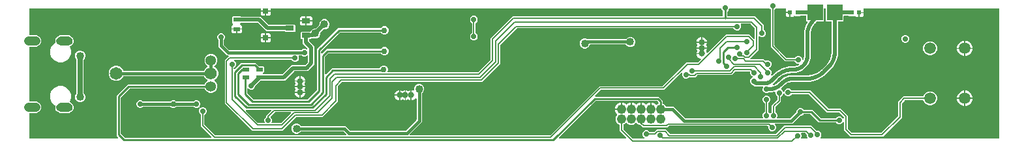
<source format=gbr>
G04 EAGLE Gerber RS-274X export*
G75*
%MOMM*%
%FSLAX34Y34*%
%LPD*%
%INBottom Copper*%
%IPPOS*%
%AMOC8*
5,1,8,0,0,1.08239X$1,22.5*%
G01*
G04 Define Apertures*
%ADD10C,1.358000*%
%ADD11C,1.575000*%
%ADD12C,1.650000*%
%ADD13R,0.560000X0.629100*%
%ADD14C,0.808000*%
%ADD15R,0.850000X0.500000*%
%ADD16C,1.218000*%
%ADD17R,0.850000X0.600000*%
%ADD18R,0.800000X0.700000*%
%ADD19R,2.000000X2.000000*%
%ADD20R,1.100000X0.650000*%
%ADD21C,1.498000*%
%ADD22C,1.143000*%
%ADD23C,0.706400*%
%ADD24C,0.200000*%
%ADD25C,0.254000*%
%ADD26C,0.756400*%
%ADD27C,0.508000*%
%ADD28C,0.203200*%
%ADD29C,0.152400*%
%ADD30C,1.016000*%
%ADD31C,0.381000*%
%ADD32C,0.635000*%
G36*
X124832Y10240D02*
X124436Y10160D01*
X11176Y10160D01*
X10810Y10228D01*
X10469Y10446D01*
X10240Y10780D01*
X10160Y11176D01*
X10160Y42565D01*
X10228Y42931D01*
X10446Y43272D01*
X10780Y43501D01*
X11176Y43581D01*
X19601Y43581D01*
X22262Y44683D01*
X24298Y46719D01*
X25400Y49380D01*
X25400Y52260D01*
X24298Y54921D01*
X22262Y56957D01*
X19601Y58059D01*
X11176Y58059D01*
X10810Y58127D01*
X10469Y58345D01*
X10240Y58679D01*
X10160Y59075D01*
X10160Y128925D01*
X10228Y129291D01*
X10446Y129632D01*
X10780Y129861D01*
X11176Y129941D01*
X19601Y129941D01*
X22262Y131043D01*
X24298Y133079D01*
X25400Y135740D01*
X25400Y138620D01*
X24298Y141281D01*
X22262Y143317D01*
X19601Y144419D01*
X11176Y144419D01*
X10810Y144487D01*
X10469Y144705D01*
X10240Y145039D01*
X10160Y145435D01*
X10160Y178824D01*
X10228Y179190D01*
X10446Y179531D01*
X10780Y179760D01*
X11176Y179840D01*
X309219Y179840D01*
X309585Y179772D01*
X309926Y179554D01*
X310155Y179220D01*
X310235Y178824D01*
X310235Y177102D01*
X323315Y177102D01*
X323315Y178824D01*
X323383Y179190D01*
X323601Y179531D01*
X323935Y179760D01*
X324331Y179840D01*
X907554Y179840D01*
X907928Y179769D01*
X908266Y179548D01*
X908492Y179213D01*
X909314Y177230D01*
X909908Y176635D01*
X910126Y176313D01*
X910206Y175917D01*
X910206Y170302D01*
X910138Y169936D01*
X909920Y169595D01*
X909586Y169366D01*
X909190Y169286D01*
X637053Y169286D01*
X608714Y140947D01*
X608714Y113368D01*
X608640Y112986D01*
X608416Y112649D01*
X592351Y96584D01*
X592029Y96366D01*
X591632Y96286D01*
X475697Y96286D01*
X475338Y96351D01*
X474996Y96567D01*
X474765Y96898D01*
X474681Y97294D01*
X474759Y97691D01*
X475306Y99013D01*
X475306Y101123D01*
X474498Y103074D01*
X473006Y104566D01*
X471055Y105374D01*
X468945Y105374D01*
X466994Y104566D01*
X465502Y103074D01*
X465232Y102421D01*
X465023Y102103D01*
X464689Y101874D01*
X464293Y101794D01*
X402843Y101794D01*
X395464Y94416D01*
X395172Y94212D01*
X394778Y94119D01*
X394380Y94186D01*
X394039Y94404D01*
X393810Y94738D01*
X393730Y95134D01*
X393730Y116358D01*
X393804Y116739D01*
X394028Y117076D01*
X397860Y120908D01*
X398182Y121126D01*
X398578Y121206D01*
X465869Y121206D01*
X466251Y121132D01*
X466588Y120908D01*
X467994Y119502D01*
X469945Y118694D01*
X472055Y118694D01*
X474006Y119502D01*
X475498Y120994D01*
X476306Y122945D01*
X476306Y125055D01*
X475498Y127006D01*
X474006Y128498D01*
X472055Y129306D01*
X469945Y129306D01*
X467994Y128498D01*
X466588Y127092D01*
X466266Y126874D01*
X465869Y126794D01*
X395843Y126794D01*
X390528Y121480D01*
X390236Y121276D01*
X389842Y121183D01*
X389444Y121250D01*
X389103Y121468D01*
X388874Y121802D01*
X388794Y122198D01*
X388794Y123422D01*
X388868Y123803D01*
X389092Y124140D01*
X412860Y147908D01*
X413182Y148126D01*
X413578Y148206D01*
X465869Y148206D01*
X466251Y148132D01*
X466588Y147908D01*
X467994Y146502D01*
X469945Y145694D01*
X472055Y145694D01*
X474006Y146502D01*
X475498Y147994D01*
X476306Y149945D01*
X476306Y152055D01*
X475498Y154006D01*
X474006Y155498D01*
X472055Y156306D01*
X469945Y156306D01*
X467994Y155498D01*
X466588Y154092D01*
X466266Y153874D01*
X465869Y153794D01*
X410843Y153794D01*
X383206Y126157D01*
X383206Y73578D01*
X383132Y73197D01*
X382908Y72860D01*
X371738Y61690D01*
X371416Y61472D01*
X371020Y61392D01*
X300980Y61392D01*
X300599Y61466D01*
X300262Y61690D01*
X293092Y68860D01*
X292874Y69182D01*
X292794Y69578D01*
X292794Y74603D01*
X292857Y74954D01*
X293069Y75298D01*
X293399Y75532D01*
X293794Y75619D01*
X294191Y75545D01*
X294528Y75321D01*
X295136Y74714D01*
X296994Y73944D01*
X299006Y73944D01*
X300864Y74714D01*
X302286Y76136D01*
X303095Y78089D01*
X303130Y78269D01*
X303354Y78606D01*
X310386Y85638D01*
X310708Y85856D01*
X311104Y85936D01*
X341683Y85936D01*
X353386Y97638D01*
X353708Y97856D01*
X354104Y97936D01*
X371683Y97936D01*
X380064Y106317D01*
X380064Y130283D01*
X373562Y136786D01*
X373344Y137108D01*
X373264Y137504D01*
X373264Y138610D01*
X373332Y138976D01*
X373550Y139317D01*
X373884Y139546D01*
X374280Y139626D01*
X375331Y139626D01*
X375744Y140038D01*
X376066Y140256D01*
X376462Y140336D01*
X380269Y140336D01*
X380564Y140396D01*
X382314Y140396D01*
X384741Y141401D01*
X386599Y143259D01*
X387604Y145686D01*
X387604Y147436D01*
X387678Y147817D01*
X387902Y148154D01*
X391846Y152098D01*
X392168Y152316D01*
X392564Y152396D01*
X394314Y152396D01*
X396741Y153401D01*
X398599Y155259D01*
X399604Y157686D01*
X399604Y160314D01*
X398599Y162741D01*
X396741Y164599D01*
X394314Y165604D01*
X391686Y165604D01*
X389259Y164599D01*
X387401Y162741D01*
X386396Y160314D01*
X386396Y158564D01*
X386322Y158183D01*
X386098Y157846D01*
X382154Y153902D01*
X381832Y153684D01*
X381436Y153604D01*
X379686Y153604D01*
X377259Y152599D01*
X375401Y150741D01*
X375012Y149801D01*
X374803Y149483D01*
X374470Y149254D01*
X374074Y149174D01*
X363069Y149174D01*
X362176Y148281D01*
X362176Y140519D01*
X363069Y139626D01*
X364120Y139626D01*
X364486Y139558D01*
X364827Y139340D01*
X365056Y139006D01*
X365136Y138610D01*
X365136Y133717D01*
X370865Y127987D01*
X371066Y127702D01*
X371162Y127309D01*
X371098Y126910D01*
X370882Y126568D01*
X370551Y126336D01*
X370155Y126253D01*
X369758Y126330D01*
X368006Y127056D01*
X365994Y127056D01*
X364136Y126286D01*
X363576Y125727D01*
X363254Y125509D01*
X362858Y125429D01*
X269841Y125429D01*
X269460Y125503D01*
X269123Y125727D01*
X262727Y132123D01*
X262509Y132445D01*
X262429Y132841D01*
X262429Y138208D01*
X262503Y138589D01*
X262727Y138926D01*
X263286Y139486D01*
X264056Y141344D01*
X264056Y143356D01*
X263286Y145214D01*
X261864Y146636D01*
X260006Y147406D01*
X257994Y147406D01*
X256136Y146636D01*
X254714Y145214D01*
X253944Y143356D01*
X253944Y141344D01*
X254714Y139486D01*
X255273Y138926D01*
X255491Y138604D01*
X255571Y138208D01*
X255571Y129580D01*
X266580Y118571D01*
X267885Y118571D01*
X268236Y118508D01*
X268580Y118296D01*
X268814Y117966D01*
X268901Y117571D01*
X268827Y117174D01*
X268604Y116837D01*
X263714Y111947D01*
X263714Y56053D01*
X299053Y20714D01*
X338719Y20714D01*
X356239Y38234D01*
X356562Y38452D01*
X356958Y38532D01*
X390765Y38532D01*
X410286Y58053D01*
X410286Y77632D01*
X410360Y78014D01*
X410584Y78351D01*
X415649Y83416D01*
X415971Y83634D01*
X416368Y83714D01*
X597947Y83714D01*
X621286Y107053D01*
X621286Y131632D01*
X621360Y132014D01*
X621584Y132351D01*
X642649Y153416D01*
X642971Y153634D01*
X643368Y153714D01*
X923795Y153714D01*
X924169Y153643D01*
X924508Y153422D01*
X924675Y153175D01*
X926136Y151714D01*
X927994Y150944D01*
X930006Y150944D01*
X931864Y151714D01*
X933286Y153136D01*
X934056Y154994D01*
X934056Y157006D01*
X933516Y158309D01*
X933439Y158666D01*
X933507Y159064D01*
X933725Y159405D01*
X934058Y159634D01*
X934455Y159714D01*
X945632Y159714D01*
X946014Y159640D01*
X946351Y159416D01*
X951416Y154351D01*
X951634Y154029D01*
X951714Y153632D01*
X951714Y140972D01*
X951651Y140621D01*
X951439Y140277D01*
X951109Y140043D01*
X950714Y139956D01*
X950317Y140030D01*
X949980Y140253D01*
X944947Y145286D01*
X914053Y145286D01*
X890864Y122097D01*
X890564Y121890D01*
X890170Y121800D01*
X889772Y121871D01*
X889433Y122091D01*
X889207Y122427D01*
X888530Y124061D01*
X888453Y124442D01*
X888530Y124839D01*
X889380Y126891D01*
X889380Y127438D01*
X876220Y127438D01*
X876220Y126891D01*
X877070Y124839D01*
X877147Y124458D01*
X877070Y124061D01*
X876220Y122009D01*
X876220Y121462D01*
X883562Y121462D01*
X883562Y119938D01*
X876220Y119938D01*
X876220Y119391D01*
X877222Y116973D01*
X879073Y115122D01*
X881073Y114293D01*
X881380Y114095D01*
X881614Y113766D01*
X881701Y113371D01*
X881626Y112973D01*
X881403Y112636D01*
X878351Y109584D01*
X878029Y109366D01*
X877632Y109286D01*
X863053Y109286D01*
X832351Y78584D01*
X832029Y78366D01*
X831632Y78286D01*
X750053Y78286D01*
X686199Y14432D01*
X685877Y14214D01*
X685480Y14134D01*
X504436Y14134D01*
X504085Y14197D01*
X503741Y14409D01*
X503507Y14739D01*
X503420Y15134D01*
X503494Y15531D01*
X503718Y15868D01*
X519429Y31580D01*
X519429Y68269D01*
X519503Y68650D01*
X519727Y68987D01*
X521599Y70859D01*
X522604Y73286D01*
X522604Y75914D01*
X521599Y78341D01*
X519741Y80199D01*
X517314Y81204D01*
X514686Y81204D01*
X512259Y80199D01*
X510401Y78341D01*
X509396Y75914D01*
X509396Y73670D01*
X509331Y73312D01*
X509115Y72969D01*
X508784Y72738D01*
X508388Y72654D01*
X507991Y72732D01*
X506909Y73180D01*
X506362Y73180D01*
X506362Y60020D01*
X506909Y60020D01*
X509327Y61022D01*
X510837Y62531D01*
X511129Y62735D01*
X511523Y62828D01*
X511921Y62760D01*
X512262Y62542D01*
X512491Y62209D01*
X512571Y61813D01*
X512571Y34841D01*
X512497Y34460D01*
X512273Y34123D01*
X498916Y20766D01*
X498594Y20548D01*
X498198Y20468D01*
X426958Y20468D01*
X426577Y20542D01*
X426239Y20766D01*
X420576Y26429D01*
X363331Y26429D01*
X362950Y26503D01*
X362613Y26727D01*
X360741Y28599D01*
X358314Y29604D01*
X355686Y29604D01*
X353259Y28599D01*
X351401Y26741D01*
X350396Y24314D01*
X350396Y21686D01*
X351401Y19259D01*
X353259Y17401D01*
X355686Y16396D01*
X358314Y16396D01*
X360741Y17401D01*
X362613Y19273D01*
X362935Y19491D01*
X363331Y19571D01*
X417314Y19571D01*
X417696Y19497D01*
X418033Y19273D01*
X421438Y15868D01*
X421642Y15576D01*
X421735Y15182D01*
X421667Y14784D01*
X421449Y14443D01*
X421116Y14214D01*
X420719Y14134D01*
X251520Y14134D01*
X251138Y14208D01*
X250801Y14432D01*
X237584Y27649D01*
X237366Y27971D01*
X237286Y28368D01*
X237286Y40795D01*
X237357Y41169D01*
X237578Y41508D01*
X237825Y41675D01*
X239286Y43136D01*
X240056Y44994D01*
X240056Y47006D01*
X239286Y48864D01*
X237864Y50286D01*
X236006Y51056D01*
X233994Y51056D01*
X232247Y50332D01*
X231906Y50256D01*
X231507Y50317D01*
X231163Y50530D01*
X230929Y50860D01*
X230842Y51255D01*
X230916Y51652D01*
X231139Y51989D01*
X231286Y52136D01*
X232056Y53994D01*
X232056Y56006D01*
X231286Y57864D01*
X229864Y59286D01*
X228006Y60056D01*
X225994Y60056D01*
X224136Y59286D01*
X223576Y58727D01*
X223254Y58509D01*
X222858Y58429D01*
X201496Y58429D01*
X201114Y58503D01*
X200777Y58727D01*
X200006Y59498D01*
X198055Y60306D01*
X195945Y60306D01*
X193994Y59498D01*
X193223Y58727D01*
X192901Y58509D01*
X192504Y58429D01*
X158142Y58429D01*
X157761Y58503D01*
X157424Y58727D01*
X156864Y59286D01*
X155006Y60056D01*
X152994Y60056D01*
X151136Y59286D01*
X149714Y57864D01*
X148944Y56006D01*
X148944Y53994D01*
X149714Y52136D01*
X151136Y50714D01*
X152994Y49944D01*
X155006Y49944D01*
X156864Y50714D01*
X157424Y51273D01*
X157746Y51491D01*
X158142Y51571D01*
X192504Y51571D01*
X192886Y51497D01*
X193223Y51273D01*
X193994Y50502D01*
X195945Y49694D01*
X198055Y49694D01*
X200006Y50502D01*
X200777Y51273D01*
X201099Y51491D01*
X201496Y51571D01*
X222858Y51571D01*
X223239Y51497D01*
X223576Y51273D01*
X224136Y50714D01*
X225994Y49944D01*
X228006Y49944D01*
X229753Y50668D01*
X230094Y50744D01*
X230493Y50683D01*
X230837Y50470D01*
X231071Y50140D01*
X231158Y49745D01*
X231084Y49348D01*
X230861Y49011D01*
X230714Y48864D01*
X229944Y47006D01*
X229944Y44994D01*
X230714Y43136D01*
X232171Y41679D01*
X232405Y41525D01*
X232634Y41192D01*
X232714Y40795D01*
X232714Y26053D01*
X245947Y12820D01*
X246151Y12528D01*
X246244Y12134D01*
X246176Y11736D01*
X245958Y11395D01*
X245625Y11166D01*
X245228Y11086D01*
X134286Y11086D01*
X133905Y11160D01*
X133568Y11384D01*
X129092Y15860D01*
X128874Y16182D01*
X128794Y16578D01*
X128794Y63422D01*
X128868Y63803D01*
X129092Y64140D01*
X139860Y74908D01*
X140182Y75126D01*
X140578Y75206D01*
X237229Y75206D01*
X237603Y75135D01*
X237942Y74914D01*
X238168Y74579D01*
X238702Y73290D01*
X241040Y70952D01*
X244096Y69686D01*
X247404Y69686D01*
X250460Y70952D01*
X252798Y73290D01*
X254064Y76346D01*
X254064Y79654D01*
X252798Y82710D01*
X250348Y85160D01*
X250338Y85166D01*
X250329Y85179D01*
X250317Y85191D01*
X250319Y85193D01*
X250102Y85494D01*
X250012Y85889D01*
X250083Y86287D01*
X250303Y86626D01*
X250638Y86851D01*
X251074Y87032D01*
X253718Y89676D01*
X255149Y93130D01*
X255149Y96870D01*
X253718Y100324D01*
X251074Y102968D01*
X250638Y103149D01*
X250339Y103340D01*
X250102Y103668D01*
X250012Y104062D01*
X250082Y104460D01*
X250302Y104799D01*
X250317Y104809D01*
X250317Y104809D01*
X252798Y107290D01*
X254064Y110346D01*
X254064Y113654D01*
X252798Y116710D01*
X250460Y119048D01*
X247404Y120314D01*
X244096Y120314D01*
X241040Y119048D01*
X238702Y116710D01*
X237436Y113654D01*
X237436Y110346D01*
X238702Y107290D01*
X241152Y104840D01*
X241162Y104834D01*
X241171Y104821D01*
X241183Y104809D01*
X241181Y104807D01*
X241399Y104506D01*
X241488Y104111D01*
X241417Y103713D01*
X241197Y103375D01*
X240862Y103149D01*
X240426Y102968D01*
X237782Y100324D01*
X237257Y99056D01*
X237048Y98738D01*
X236714Y98509D01*
X236318Y98429D01*
X132588Y98429D01*
X132214Y98500D01*
X131875Y98721D01*
X131649Y99056D01*
X131036Y100537D01*
X128287Y103286D01*
X124694Y104774D01*
X120806Y104774D01*
X117213Y103286D01*
X114464Y100537D01*
X112976Y96944D01*
X112976Y93056D01*
X114464Y89463D01*
X117213Y86714D01*
X120806Y85226D01*
X124694Y85226D01*
X128287Y86714D01*
X131036Y89463D01*
X131649Y90944D01*
X131858Y91262D01*
X132192Y91491D01*
X132588Y91571D01*
X236318Y91571D01*
X236692Y91500D01*
X237031Y91279D01*
X237257Y90944D01*
X237782Y89676D01*
X240426Y87032D01*
X240862Y86851D01*
X241161Y86660D01*
X241398Y86332D01*
X241488Y85938D01*
X241418Y85540D01*
X241198Y85201D01*
X241183Y85191D01*
X241183Y85191D01*
X238702Y82710D01*
X238168Y81421D01*
X237959Y81103D01*
X237626Y80874D01*
X237229Y80794D01*
X137843Y80794D01*
X123206Y66157D01*
X123206Y13843D01*
X125154Y11894D01*
X125358Y11602D01*
X125451Y11208D01*
X125384Y10810D01*
X125166Y10469D01*
X124832Y10240D01*
G37*
%LPC*%
G36*
X311723Y170300D02*
X316013Y170300D01*
X316013Y175578D01*
X310235Y175578D01*
X310235Y171788D01*
X311723Y170300D01*
G37*
G36*
X317537Y170300D02*
X321827Y170300D01*
X323315Y171788D01*
X323315Y175578D01*
X317537Y175578D01*
X317537Y170300D01*
G37*
G36*
X585994Y137944D02*
X588006Y137944D01*
X589864Y138714D01*
X591286Y140136D01*
X592056Y141994D01*
X592056Y144006D01*
X591286Y145864D01*
X589829Y147321D01*
X589595Y147475D01*
X589366Y147808D01*
X589286Y148205D01*
X589286Y159795D01*
X589357Y160169D01*
X589578Y160508D01*
X589825Y160675D01*
X591286Y162136D01*
X592056Y163994D01*
X592056Y166006D01*
X591286Y167864D01*
X589864Y169286D01*
X588006Y170056D01*
X585994Y170056D01*
X584136Y169286D01*
X582714Y167864D01*
X581944Y166006D01*
X581944Y163994D01*
X582714Y162136D01*
X584171Y160679D01*
X584405Y160525D01*
X584634Y160192D01*
X584714Y159795D01*
X584714Y148205D01*
X584643Y147831D01*
X584422Y147492D01*
X584175Y147325D01*
X582714Y145864D01*
X581944Y144006D01*
X581944Y141994D01*
X582714Y140136D01*
X584136Y138714D01*
X585994Y137944D01*
G37*
G36*
X369962Y164362D02*
X377240Y164362D01*
X377240Y167902D01*
X375752Y169390D01*
X369962Y169390D01*
X369962Y164362D01*
G37*
G36*
X361160Y164362D02*
X368438Y164362D01*
X368438Y169390D01*
X362648Y169390D01*
X361160Y167902D01*
X361160Y164362D01*
G37*
G36*
X342069Y149226D02*
X354331Y149226D01*
X355224Y150119D01*
X355224Y157881D01*
X354331Y158774D01*
X342069Y158774D01*
X341656Y158362D01*
X341334Y158144D01*
X340938Y158064D01*
X321104Y158064D01*
X320723Y158138D01*
X320386Y158362D01*
X309843Y168904D01*
X284787Y168904D01*
X284406Y168978D01*
X284069Y169202D01*
X283906Y169364D01*
X274144Y169364D01*
X273251Y168471D01*
X273251Y161209D01*
X274345Y160114D01*
X274549Y159822D01*
X274642Y159428D01*
X274575Y159030D01*
X274357Y158689D01*
X274023Y158460D01*
X273747Y158404D01*
X272235Y156892D01*
X272235Y153602D01*
X285815Y153602D01*
X285815Y156892D01*
X284306Y158401D01*
X284072Y158443D01*
X283728Y158655D01*
X283494Y158985D01*
X283407Y159380D01*
X283481Y159777D01*
X283705Y160114D01*
X284069Y160478D01*
X284391Y160696D01*
X284787Y160776D01*
X306056Y160776D01*
X306437Y160702D01*
X306774Y160478D01*
X317317Y149936D01*
X340938Y149936D01*
X341319Y149862D01*
X341656Y149638D01*
X342069Y149226D01*
G37*
G36*
X362648Y157810D02*
X368438Y157810D01*
X368438Y162838D01*
X361160Y162838D01*
X361160Y159298D01*
X362648Y157810D01*
G37*
G36*
X369962Y157810D02*
X375752Y157810D01*
X377240Y159298D01*
X377240Y162838D01*
X369962Y162838D01*
X369962Y157810D01*
G37*
G36*
X273723Y147300D02*
X278263Y147300D01*
X278263Y152078D01*
X272235Y152078D01*
X272235Y148788D01*
X273723Y147300D01*
G37*
G36*
X279787Y147300D02*
X284327Y147300D01*
X285815Y148788D01*
X285815Y152078D01*
X279787Y152078D01*
X279787Y147300D01*
G37*
G36*
X310235Y142102D02*
X316013Y142102D01*
X316013Y147380D01*
X311723Y147380D01*
X310235Y145892D01*
X310235Y142102D01*
G37*
G36*
X317537Y142102D02*
X323315Y142102D01*
X323315Y145892D01*
X321827Y147380D01*
X317537Y147380D01*
X317537Y142102D01*
G37*
G36*
X47849Y109490D02*
X53183Y109490D01*
X58112Y111532D01*
X61884Y115304D01*
X63926Y120233D01*
X63926Y125567D01*
X62415Y129216D01*
X62338Y129580D01*
X62409Y129978D01*
X62629Y130317D01*
X62965Y130543D01*
X64172Y131043D01*
X66208Y133079D01*
X66280Y133253D01*
X66358Y133405D01*
X66826Y134150D01*
X67024Y134559D01*
X67359Y135519D01*
X67460Y135962D01*
X67574Y136973D01*
X67574Y137427D01*
X67460Y138438D01*
X67359Y138881D01*
X67024Y139841D01*
X66826Y140250D01*
X66310Y141072D01*
X66231Y141224D01*
X66208Y141281D01*
X64172Y143317D01*
X61511Y144419D01*
X49741Y144419D01*
X47080Y143317D01*
X46530Y142767D01*
X46352Y142625D01*
X46105Y142469D01*
X45749Y142186D01*
X45030Y141467D01*
X44747Y141111D01*
X44206Y140250D01*
X44009Y139841D01*
X43673Y138881D01*
X43572Y138438D01*
X43458Y137427D01*
X43458Y136973D01*
X43572Y135962D01*
X43678Y135498D01*
X43703Y135296D01*
X43632Y134898D01*
X43411Y134559D01*
X43076Y134333D01*
X42920Y134268D01*
X39148Y130496D01*
X37106Y125567D01*
X37106Y120233D01*
X39148Y115304D01*
X42920Y111532D01*
X47849Y109490D01*
G37*
G36*
X729686Y127396D02*
X732314Y127396D01*
X734741Y128401D01*
X736599Y130259D01*
X737296Y131944D01*
X737505Y132262D01*
X737839Y132491D01*
X738235Y132571D01*
X783669Y132571D01*
X784050Y132497D01*
X784387Y132273D01*
X786259Y130401D01*
X788686Y129396D01*
X791314Y129396D01*
X793741Y130401D01*
X795599Y132259D01*
X796604Y134686D01*
X796604Y137314D01*
X795599Y139741D01*
X793741Y141599D01*
X791314Y142604D01*
X788686Y142604D01*
X786259Y141599D01*
X784387Y139727D01*
X784065Y139509D01*
X783669Y139429D01*
X735331Y139429D01*
X734950Y139503D01*
X734915Y139527D01*
X732314Y140604D01*
X729686Y140604D01*
X727259Y139599D01*
X725401Y137741D01*
X724396Y135314D01*
X724396Y132686D01*
X725401Y130259D01*
X727259Y128401D01*
X729686Y127396D01*
G37*
G36*
X883562Y136462D02*
X889380Y136462D01*
X889380Y137009D01*
X888378Y139427D01*
X886527Y141278D01*
X884109Y142280D01*
X883562Y142280D01*
X883562Y136462D01*
G37*
G36*
X876220Y136462D02*
X882038Y136462D01*
X882038Y142280D01*
X881491Y142280D01*
X879073Y141278D01*
X877222Y139427D01*
X876220Y137009D01*
X876220Y136462D01*
G37*
G36*
X317537Y135300D02*
X321827Y135300D01*
X323315Y136788D01*
X323315Y140578D01*
X317537Y140578D01*
X317537Y135300D01*
G37*
G36*
X311723Y135300D02*
X316013Y135300D01*
X316013Y140578D01*
X310235Y140578D01*
X310235Y136788D01*
X311723Y135300D01*
G37*
G36*
X876220Y128962D02*
X889380Y128962D01*
X889380Y129509D01*
X888530Y131561D01*
X888453Y131942D01*
X888530Y132339D01*
X889380Y134391D01*
X889380Y134938D01*
X876220Y134938D01*
X876220Y134391D01*
X877070Y132339D01*
X877147Y131958D01*
X877070Y131561D01*
X876220Y129509D01*
X876220Y128962D01*
G37*
G36*
X74686Y57396D02*
X77314Y57396D01*
X79741Y58401D01*
X81599Y60259D01*
X82604Y62686D01*
X82604Y65314D01*
X81599Y67741D01*
X80997Y68343D01*
X80779Y68665D01*
X80699Y69061D01*
X80699Y112939D01*
X80773Y113320D01*
X80997Y113657D01*
X81599Y114259D01*
X82604Y116686D01*
X82604Y119314D01*
X81599Y121741D01*
X79741Y123599D01*
X77314Y124604D01*
X74686Y124604D01*
X72259Y123599D01*
X70401Y121741D01*
X69396Y119314D01*
X69396Y116686D01*
X70401Y114259D01*
X71003Y113657D01*
X71221Y113335D01*
X71301Y112939D01*
X71301Y69061D01*
X71227Y68680D01*
X71003Y68343D01*
X70401Y67741D01*
X69396Y65314D01*
X69396Y62686D01*
X70401Y60259D01*
X72259Y58401D01*
X74686Y57396D01*
G37*
G36*
X354820Y85862D02*
X360638Y85862D01*
X360638Y91680D01*
X360091Y91680D01*
X357673Y90678D01*
X355822Y88827D01*
X354820Y86409D01*
X354820Y85862D01*
G37*
G36*
X362162Y85862D02*
X367980Y85862D01*
X367980Y86409D01*
X366978Y88827D01*
X365127Y90678D01*
X362709Y91680D01*
X362162Y91680D01*
X362162Y85862D01*
G37*
G36*
X354820Y78362D02*
X367980Y78362D01*
X367980Y78909D01*
X367130Y80961D01*
X367053Y81342D01*
X367130Y81739D01*
X367980Y83791D01*
X367980Y84338D01*
X354820Y84338D01*
X354820Y83791D01*
X355670Y81739D01*
X355747Y81358D01*
X355670Y80961D01*
X354820Y78909D01*
X354820Y78362D01*
G37*
G36*
X49741Y43581D02*
X61511Y43581D01*
X64172Y44683D01*
X66208Y46719D01*
X66231Y46776D01*
X66310Y46928D01*
X66826Y47750D01*
X67024Y48159D01*
X67359Y49119D01*
X67460Y49562D01*
X67574Y50573D01*
X67574Y51027D01*
X67460Y52038D01*
X67359Y52481D01*
X67024Y53441D01*
X66826Y53850D01*
X66358Y54595D01*
X66280Y54747D01*
X66208Y54921D01*
X64172Y56957D01*
X62965Y57457D01*
X62652Y57660D01*
X62421Y57992D01*
X62338Y58387D01*
X62415Y58784D01*
X63926Y62433D01*
X63926Y67767D01*
X61884Y72696D01*
X58112Y76468D01*
X53183Y78510D01*
X47849Y78510D01*
X42920Y76468D01*
X39148Y72696D01*
X37106Y67767D01*
X37106Y62433D01*
X39148Y57504D01*
X42920Y53732D01*
X43076Y53667D01*
X43255Y53571D01*
X43539Y53282D01*
X43687Y52906D01*
X43678Y52502D01*
X43572Y52038D01*
X43458Y51027D01*
X43458Y50573D01*
X43572Y49562D01*
X43673Y49119D01*
X44009Y48159D01*
X44206Y47750D01*
X44747Y46889D01*
X45030Y46533D01*
X45749Y45814D01*
X46105Y45531D01*
X46352Y45375D01*
X46530Y45233D01*
X47080Y44683D01*
X49741Y43581D01*
G37*
G36*
X354820Y70862D02*
X367980Y70862D01*
X367980Y71409D01*
X367130Y73461D01*
X367053Y73842D01*
X367130Y74239D01*
X367980Y76291D01*
X367980Y76838D01*
X354820Y76838D01*
X354820Y76291D01*
X355670Y74239D01*
X355747Y73858D01*
X355670Y73461D01*
X354820Y71409D01*
X354820Y70862D01*
G37*
G36*
X498862Y60020D02*
X499409Y60020D01*
X501461Y60870D01*
X501842Y60947D01*
X502239Y60870D01*
X504291Y60020D01*
X504838Y60020D01*
X504838Y73180D01*
X504291Y73180D01*
X502239Y72330D01*
X501858Y72253D01*
X501461Y72330D01*
X499409Y73180D01*
X498862Y73180D01*
X498862Y60020D01*
G37*
G36*
X484020Y67362D02*
X489838Y67362D01*
X489838Y73180D01*
X489291Y73180D01*
X486873Y72178D01*
X485022Y70327D01*
X484020Y67909D01*
X484020Y67362D01*
G37*
G36*
X491362Y60020D02*
X491909Y60020D01*
X493961Y60870D01*
X494342Y60947D01*
X494739Y60870D01*
X496791Y60020D01*
X497338Y60020D01*
X497338Y73180D01*
X496791Y73180D01*
X494739Y72330D01*
X494358Y72253D01*
X493961Y72330D01*
X491909Y73180D01*
X491362Y73180D01*
X491362Y60020D01*
G37*
G36*
X362162Y63520D02*
X362709Y63520D01*
X365127Y64522D01*
X366978Y66373D01*
X367980Y68791D01*
X367980Y69338D01*
X362162Y69338D01*
X362162Y63520D01*
G37*
G36*
X360091Y63520D02*
X360638Y63520D01*
X360638Y69338D01*
X354820Y69338D01*
X354820Y68791D01*
X355822Y66373D01*
X357673Y64522D01*
X360091Y63520D01*
G37*
G36*
X489291Y60020D02*
X489838Y60020D01*
X489838Y65838D01*
X484020Y65838D01*
X484020Y65291D01*
X485022Y62873D01*
X486873Y61022D01*
X489291Y60020D01*
G37*
%LPD*%
G36*
X976948Y79815D02*
X976007Y79628D01*
X975457Y79671D01*
X975113Y79883D01*
X974879Y80213D01*
X974793Y80608D01*
X974867Y81006D01*
X975090Y81343D01*
X975290Y81542D01*
X975290Y81542D01*
X981338Y87591D01*
X981438Y87679D01*
X987129Y92045D01*
X987358Y92178D01*
X993985Y94922D01*
X994241Y94991D01*
X1001353Y95927D01*
X1001485Y95936D01*
X1005495Y95936D01*
X1012142Y98096D01*
X1017796Y102204D01*
X1021904Y107858D01*
X1024064Y114505D01*
X1024064Y146101D01*
X1024084Y146299D01*
X1025516Y153501D01*
X1025668Y153867D01*
X1029747Y159972D01*
X1029874Y160126D01*
X1030768Y161020D01*
X1031867Y162120D01*
X1032030Y162367D01*
X1032363Y162596D01*
X1032759Y162676D01*
X1040531Y162676D01*
X1041424Y163569D01*
X1041424Y178824D01*
X1041492Y179190D01*
X1041710Y179531D01*
X1042044Y179760D01*
X1042440Y179840D01*
X1042860Y179840D01*
X1043226Y179772D01*
X1043567Y179554D01*
X1043796Y179220D01*
X1043876Y178824D01*
X1043876Y163569D01*
X1044769Y162676D01*
X1050320Y162676D01*
X1050686Y162608D01*
X1051027Y162390D01*
X1051256Y162056D01*
X1051336Y161660D01*
X1051336Y121921D01*
X1051316Y121723D01*
X1049770Y113947D01*
X1049618Y113580D01*
X1045213Y106988D01*
X1045087Y106834D01*
X1038566Y100313D01*
X1038466Y100225D01*
X1032843Y95911D01*
X1032614Y95779D01*
X1026066Y93066D01*
X1025810Y92998D01*
X1018783Y92073D01*
X1018651Y92064D01*
X995919Y92064D01*
X988062Y88809D01*
X986543Y87291D01*
X986543Y87290D01*
X983126Y83874D01*
X982972Y83747D01*
X977314Y79967D01*
X976948Y79815D01*
G37*
G36*
X974273Y92105D02*
X973880Y92008D01*
X973481Y92073D01*
X973138Y92288D01*
X972907Y92620D01*
X972823Y93016D01*
X972901Y93412D01*
X973556Y94994D01*
X973556Y97006D01*
X972786Y98864D01*
X971364Y100286D01*
X970700Y100561D01*
X970400Y100754D01*
X970163Y101081D01*
X970073Y101476D01*
X970144Y101874D01*
X970365Y102213D01*
X970700Y102439D01*
X971364Y102714D01*
X972786Y104136D01*
X973556Y105994D01*
X973556Y108006D01*
X972786Y109864D01*
X971364Y111286D01*
X969506Y112056D01*
X967494Y112056D01*
X966129Y111491D01*
X965757Y111413D01*
X965359Y111488D01*
X965022Y111711D01*
X963495Y113238D01*
X946834Y113238D01*
X946483Y113301D01*
X946139Y113513D01*
X945905Y113843D01*
X945818Y114238D01*
X945892Y114635D01*
X946115Y114972D01*
X956286Y125143D01*
X956286Y142111D01*
X956349Y142462D01*
X956561Y142806D01*
X956891Y143040D01*
X957286Y143127D01*
X957683Y143053D01*
X958020Y142829D01*
X958136Y142714D01*
X959994Y141944D01*
X962006Y141944D01*
X963864Y142714D01*
X965286Y144136D01*
X966056Y145994D01*
X966056Y148006D01*
X965286Y149864D01*
X963829Y151321D01*
X963595Y151475D01*
X963366Y151808D01*
X963286Y152205D01*
X963286Y157947D01*
X951947Y169286D01*
X916810Y169286D01*
X916444Y169354D01*
X916103Y169572D01*
X915874Y169906D01*
X915794Y170302D01*
X915794Y174851D01*
X915865Y175225D01*
X916086Y175564D01*
X916421Y175790D01*
X916464Y175808D01*
X917886Y177230D01*
X918708Y179213D01*
X918916Y179531D01*
X919250Y179760D01*
X919646Y179840D01*
X970501Y179840D01*
X970882Y179766D01*
X971219Y179542D01*
X972171Y178591D01*
X972405Y178437D01*
X972634Y178104D01*
X972714Y177707D01*
X972714Y129053D01*
X991053Y110714D01*
X1002795Y110714D01*
X1003169Y110643D01*
X1003508Y110422D01*
X1003675Y110175D01*
X1005136Y108714D01*
X1006994Y107944D01*
X1008238Y107944D01*
X1008768Y107795D01*
X1009064Y107519D01*
X1009230Y107150D01*
X1009238Y106746D01*
X1009087Y106370D01*
X1008803Y106083D01*
X1007509Y105219D01*
X1007143Y105067D01*
X1002198Y104084D01*
X1002000Y104064D01*
X996664Y104064D01*
X987350Y101568D01*
X979000Y96747D01*
X977079Y94826D01*
X977079Y94826D01*
X974558Y92305D01*
X974273Y92105D01*
G37*
G36*
X1014498Y112814D02*
X1014104Y112721D01*
X1013706Y112789D01*
X1013365Y113007D01*
X1013136Y113341D01*
X1013056Y113737D01*
X1013056Y114006D01*
X1012286Y115864D01*
X1010864Y117286D01*
X1009006Y118056D01*
X1006994Y118056D01*
X1005136Y117286D01*
X1003679Y115829D01*
X1003525Y115595D01*
X1003192Y115366D01*
X1002795Y115286D01*
X993368Y115286D01*
X992986Y115360D01*
X992649Y115584D01*
X977584Y130649D01*
X977366Y130971D01*
X977286Y131368D01*
X977286Y177707D01*
X977357Y178081D01*
X977578Y178420D01*
X977825Y178587D01*
X978781Y179542D01*
X979103Y179760D01*
X979499Y179840D01*
X991098Y179840D01*
X991464Y179772D01*
X991805Y179554D01*
X992034Y179220D01*
X992114Y178824D01*
X992114Y175062D01*
X998216Y175062D01*
X998216Y168615D01*
X1001306Y168615D01*
X1002300Y169608D01*
X1002607Y169819D01*
X1003002Y169906D01*
X1003400Y169832D01*
X1003704Y169631D01*
X1010577Y169631D01*
X1010885Y169938D01*
X1011207Y170156D01*
X1011604Y170236D01*
X1017360Y170236D01*
X1017726Y170168D01*
X1018067Y169950D01*
X1018296Y169616D01*
X1018376Y169220D01*
X1018376Y163569D01*
X1019269Y162676D01*
X1019420Y162676D01*
X1019900Y162556D01*
X1020211Y162298D01*
X1020397Y161939D01*
X1020428Y161535D01*
X1020300Y161152D01*
X1017842Y156894D01*
X1015936Y149782D01*
X1015936Y118000D01*
X1015916Y117802D01*
X1015068Y113539D01*
X1014824Y113054D01*
X1014498Y112814D01*
G37*
%LPC*%
G36*
X993602Y168615D02*
X996692Y168615D01*
X996692Y173538D01*
X992114Y173538D01*
X992114Y170102D01*
X993602Y168615D01*
G37*
%LPD*%
G36*
X807633Y10240D02*
X807237Y10160D01*
X793494Y10160D01*
X793112Y10234D01*
X792775Y10458D01*
X781230Y22003D01*
X781012Y22325D01*
X780932Y22722D01*
X780932Y27627D01*
X781003Y28000D01*
X781224Y28339D01*
X781559Y28565D01*
X782959Y29145D01*
X784278Y30464D01*
X784585Y30674D01*
X784980Y30761D01*
X785377Y30687D01*
X785714Y30464D01*
X787033Y29145D01*
X789831Y27986D01*
X792861Y27986D01*
X795659Y29145D01*
X796978Y30464D01*
X797285Y30674D01*
X797680Y30761D01*
X798077Y30687D01*
X798414Y30464D01*
X799733Y29145D01*
X802683Y27923D01*
X802742Y27912D01*
X803079Y27688D01*
X806235Y24532D01*
X837765Y24532D01*
X839649Y26416D01*
X839971Y26634D01*
X840368Y26714D01*
X967928Y26714D01*
X968294Y26646D01*
X968635Y26428D01*
X968864Y26094D01*
X968944Y25698D01*
X968944Y23812D01*
X969714Y21954D01*
X971136Y20532D01*
X972994Y19762D01*
X975006Y19762D01*
X976864Y20532D01*
X978286Y21954D01*
X979056Y23812D01*
X979056Y25824D01*
X978286Y27682D01*
X978132Y27837D01*
X977928Y28129D01*
X977835Y28523D01*
X977902Y28921D01*
X978120Y29262D01*
X978454Y29491D01*
X978850Y29571D01*
X1000420Y29571D01*
X1010496Y39646D01*
X1010818Y39864D01*
X1011214Y39944D01*
X1012006Y39944D01*
X1013864Y40714D01*
X1015059Y41908D01*
X1015381Y42126D01*
X1015777Y42206D01*
X1023422Y42206D01*
X1023803Y42132D01*
X1024140Y41908D01*
X1034843Y31206D01*
X1056535Y31206D01*
X1056916Y31132D01*
X1057253Y30908D01*
X1058448Y29714D01*
X1060306Y28944D01*
X1062318Y28944D01*
X1064176Y29714D01*
X1065726Y31263D01*
X1066018Y31467D01*
X1066412Y31560D01*
X1066810Y31493D01*
X1067151Y31275D01*
X1067380Y30941D01*
X1067460Y30545D01*
X1067460Y20948D01*
X1075948Y12460D01*
X1118052Y12460D01*
X1142540Y36948D01*
X1142540Y55527D01*
X1142614Y55908D01*
X1142838Y56245D01*
X1146255Y59662D01*
X1146577Y59880D01*
X1146973Y59960D01*
X1169967Y59960D01*
X1170340Y59889D01*
X1170679Y59668D01*
X1170905Y59333D01*
X1171708Y57394D01*
X1174244Y54858D01*
X1177557Y53486D01*
X1181143Y53486D01*
X1184456Y54858D01*
X1186992Y57394D01*
X1188364Y60707D01*
X1188364Y64293D01*
X1186992Y67606D01*
X1184456Y70142D01*
X1181143Y71514D01*
X1177557Y71514D01*
X1174244Y70142D01*
X1171708Y67606D01*
X1170905Y65667D01*
X1170696Y65349D01*
X1170363Y65120D01*
X1169967Y65040D01*
X1144448Y65040D01*
X1137460Y58052D01*
X1137460Y39473D01*
X1137386Y39092D01*
X1137162Y38755D01*
X1116245Y17838D01*
X1115923Y17620D01*
X1115527Y17540D01*
X1078473Y17540D01*
X1078092Y17614D01*
X1077755Y17838D01*
X1072838Y22755D01*
X1072620Y23077D01*
X1072540Y23473D01*
X1072540Y40052D01*
X1063052Y49540D01*
X1047473Y49540D01*
X1047092Y49614D01*
X1046755Y49838D01*
X1024052Y72540D01*
X1000031Y72540D01*
X999650Y72614D01*
X999313Y72838D01*
X997864Y74286D01*
X996006Y75056D01*
X993994Y75056D01*
X992136Y74286D01*
X990714Y72864D01*
X990116Y71422D01*
X989924Y71121D01*
X989596Y70885D01*
X989202Y70795D01*
X988804Y70866D01*
X988465Y71086D01*
X988239Y71422D01*
X987786Y72514D01*
X986226Y74075D01*
X986081Y74257D01*
X985940Y74637D01*
X985959Y75040D01*
X986133Y75405D01*
X986305Y75557D01*
X986304Y75557D01*
X990803Y80055D01*
X990957Y80182D01*
X994925Y82834D01*
X995292Y82985D01*
X999973Y83916D01*
X1000172Y83936D01*
X1023429Y83936D01*
X1032659Y86409D01*
X1040935Y91187D01*
X1042825Y93078D01*
X1042825Y93078D01*
X1053577Y103830D01*
X1057456Y110548D01*
X1059464Y118042D01*
X1059464Y161660D01*
X1059532Y162026D01*
X1059750Y162367D01*
X1060084Y162596D01*
X1060480Y162676D01*
X1066031Y162676D01*
X1066924Y163569D01*
X1066924Y169020D01*
X1066992Y169386D01*
X1067210Y169727D01*
X1067544Y169956D01*
X1067940Y170036D01*
X1073096Y170036D01*
X1073478Y169962D01*
X1073815Y169738D01*
X1074123Y169431D01*
X1080995Y169431D01*
X1081270Y169619D01*
X1081665Y169706D01*
X1082063Y169632D01*
X1082400Y169408D01*
X1083394Y168415D01*
X1086484Y168415D01*
X1086484Y174862D01*
X1092586Y174862D01*
X1092586Y178381D01*
X1092574Y178398D01*
X1092481Y178792D01*
X1092549Y179190D01*
X1092767Y179531D01*
X1093100Y179760D01*
X1093496Y179840D01*
X1268324Y179840D01*
X1268690Y179772D01*
X1269031Y179554D01*
X1269260Y179220D01*
X1269340Y178824D01*
X1269340Y11176D01*
X1269272Y10810D01*
X1269054Y10469D01*
X1268720Y10240D01*
X1268324Y10160D01*
X1038033Y10160D01*
X1037682Y10223D01*
X1037338Y10435D01*
X1037104Y10765D01*
X1037017Y11160D01*
X1037091Y11557D01*
X1037315Y11894D01*
X1037462Y12042D01*
X1038232Y13900D01*
X1038232Y15912D01*
X1037462Y17770D01*
X1036040Y19192D01*
X1034182Y19962D01*
X1032692Y19962D01*
X1032310Y20036D01*
X1031973Y20260D01*
X1024947Y27286D01*
X990053Y27286D01*
X979351Y16584D01*
X979029Y16366D01*
X978632Y16286D01*
X842368Y16286D01*
X841986Y16360D01*
X841649Y16584D01*
X836041Y22192D01*
X824643Y22192D01*
X821035Y18584D01*
X820713Y18366D01*
X820316Y18286D01*
X816205Y18286D01*
X815831Y18357D01*
X815492Y18578D01*
X815325Y18825D01*
X813864Y20286D01*
X812006Y21056D01*
X809994Y21056D01*
X808136Y20286D01*
X806714Y18864D01*
X805944Y17006D01*
X805944Y14994D01*
X806714Y13136D01*
X807955Y11894D01*
X808159Y11602D01*
X808252Y11208D01*
X808185Y10810D01*
X807967Y10469D01*
X807633Y10240D01*
G37*
%LPC*%
G36*
X1088008Y168415D02*
X1091098Y168415D01*
X1092586Y169902D01*
X1092586Y173338D01*
X1088008Y173338D01*
X1088008Y168415D01*
G37*
G36*
X1145994Y134944D02*
X1148006Y134944D01*
X1149864Y135714D01*
X1151286Y137136D01*
X1152056Y138994D01*
X1152056Y141006D01*
X1151286Y142864D01*
X1149864Y144286D01*
X1148006Y145056D01*
X1145994Y145056D01*
X1144136Y144286D01*
X1142714Y142864D01*
X1141944Y141006D01*
X1141944Y138994D01*
X1142714Y137136D01*
X1144136Y135714D01*
X1145994Y134944D01*
G37*
G36*
X1214320Y128262D02*
X1223588Y128262D01*
X1223588Y137530D01*
X1222355Y137530D01*
X1218668Y136003D01*
X1215847Y133182D01*
X1214320Y129495D01*
X1214320Y128262D01*
G37*
G36*
X1225112Y128262D02*
X1234380Y128262D01*
X1234380Y129495D01*
X1232853Y133182D01*
X1230032Y136003D01*
X1226345Y137530D01*
X1225112Y137530D01*
X1225112Y128262D01*
G37*
G36*
X1177557Y118486D02*
X1181143Y118486D01*
X1184456Y119858D01*
X1186992Y122394D01*
X1188364Y125707D01*
X1188364Y129293D01*
X1186992Y132606D01*
X1184456Y135142D01*
X1181143Y136514D01*
X1177557Y136514D01*
X1174244Y135142D01*
X1171708Y132606D01*
X1170336Y129293D01*
X1170336Y125707D01*
X1171708Y122394D01*
X1174244Y119858D01*
X1177557Y118486D01*
G37*
G36*
X1225112Y117470D02*
X1226345Y117470D01*
X1230032Y118997D01*
X1232853Y121818D01*
X1234380Y125505D01*
X1234380Y126738D01*
X1225112Y126738D01*
X1225112Y117470D01*
G37*
G36*
X1222355Y117470D02*
X1223588Y117470D01*
X1223588Y126738D01*
X1214320Y126738D01*
X1214320Y125505D01*
X1215847Y121818D01*
X1218668Y118997D01*
X1222355Y117470D01*
G37*
G36*
X1214320Y63262D02*
X1223588Y63262D01*
X1223588Y72530D01*
X1222355Y72530D01*
X1218668Y71003D01*
X1215847Y68182D01*
X1214320Y64495D01*
X1214320Y63262D01*
G37*
G36*
X1225112Y63262D02*
X1234380Y63262D01*
X1234380Y64495D01*
X1232853Y68182D01*
X1230032Y71003D01*
X1226345Y72530D01*
X1225112Y72530D01*
X1225112Y63262D01*
G37*
G36*
X1225112Y52470D02*
X1226345Y52470D01*
X1230032Y53997D01*
X1232853Y56818D01*
X1234380Y60505D01*
X1234380Y61738D01*
X1225112Y61738D01*
X1225112Y52470D01*
G37*
G36*
X1222355Y52470D02*
X1223588Y52470D01*
X1223588Y61738D01*
X1214320Y61738D01*
X1214320Y60505D01*
X1215847Y56818D01*
X1218668Y53997D01*
X1222355Y52470D01*
G37*
%LPD*%
G36*
X338292Y94144D02*
X337896Y94064D01*
X314172Y94064D01*
X313821Y94127D01*
X313477Y94339D01*
X313243Y94669D01*
X313156Y95064D01*
X313230Y95461D01*
X313454Y95798D01*
X314524Y96869D01*
X314524Y103131D01*
X313631Y104024D01*
X309098Y104024D01*
X308717Y104098D01*
X308380Y104322D01*
X303907Y108794D01*
X285095Y108794D01*
X277020Y100719D01*
X276728Y100515D01*
X276334Y100422D01*
X275936Y100490D01*
X275595Y100708D01*
X275366Y101041D01*
X275286Y101438D01*
X275286Y101795D01*
X275357Y102169D01*
X275578Y102508D01*
X275825Y102675D01*
X277286Y104136D01*
X278056Y105994D01*
X278056Y108006D01*
X277286Y109864D01*
X276171Y110980D01*
X275967Y111272D01*
X275874Y111666D01*
X275941Y112064D01*
X276159Y112405D01*
X276493Y112634D01*
X276889Y112714D01*
X349795Y112714D01*
X350169Y112643D01*
X350508Y112422D01*
X350675Y112175D01*
X352136Y110714D01*
X353994Y109944D01*
X356006Y109944D01*
X357864Y110714D01*
X359286Y112136D01*
X360056Y113994D01*
X360056Y116006D01*
X359575Y117166D01*
X359499Y117523D01*
X359566Y117921D01*
X359784Y118262D01*
X360118Y118491D01*
X360514Y118571D01*
X362858Y118571D01*
X363239Y118497D01*
X363576Y118273D01*
X364136Y117714D01*
X365994Y116944D01*
X368006Y116944D01*
X369864Y117714D01*
X370202Y118051D01*
X370494Y118255D01*
X370888Y118348D01*
X371286Y118281D01*
X371627Y118063D01*
X371856Y117729D01*
X371936Y117333D01*
X371936Y110104D01*
X371862Y109723D01*
X371638Y109386D01*
X368614Y106362D01*
X368292Y106144D01*
X367896Y106064D01*
X350317Y106064D01*
X338614Y94362D01*
X338292Y94144D01*
G37*
G36*
X961866Y36700D02*
X961470Y36620D01*
X861650Y36620D01*
X861269Y36694D01*
X860932Y36918D01*
X846120Y51729D01*
X836946Y51729D01*
X836572Y51800D01*
X836233Y52021D01*
X836007Y52356D01*
X835901Y52613D01*
X833759Y54755D01*
X832867Y55124D01*
X832549Y55333D01*
X832320Y55667D01*
X832240Y56063D01*
X832240Y59711D01*
X827157Y64794D01*
X745480Y64794D01*
X745129Y64857D01*
X744785Y65069D01*
X744551Y65399D01*
X744464Y65794D01*
X744538Y66191D01*
X744761Y66528D01*
X751649Y73416D01*
X751971Y73634D01*
X752368Y73714D01*
X833947Y73714D01*
X855722Y95489D01*
X856008Y95690D01*
X856400Y95786D01*
X856799Y95722D01*
X857142Y95506D01*
X857373Y95175D01*
X857457Y94779D01*
X857421Y94596D01*
X857421Y92471D01*
X858191Y90613D01*
X859613Y89191D01*
X861471Y88421D01*
X863483Y88421D01*
X865341Y89191D01*
X865931Y89780D01*
X866253Y89998D01*
X866649Y90078D01*
X874439Y90078D01*
X876912Y92550D01*
X877234Y92768D01*
X877630Y92848D01*
X921619Y92848D01*
X926188Y97416D01*
X926510Y97634D01*
X926906Y97714D01*
X944428Y97714D01*
X944794Y97646D01*
X945135Y97428D01*
X945364Y97094D01*
X945444Y96698D01*
X945444Y94994D01*
X946214Y93136D01*
X947636Y91714D01*
X948300Y91439D01*
X948601Y91246D01*
X948837Y90919D01*
X948927Y90524D01*
X948856Y90126D01*
X948635Y89787D01*
X948300Y89561D01*
X947636Y89286D01*
X946214Y87864D01*
X945444Y86006D01*
X945444Y83994D01*
X946214Y82136D01*
X947636Y80714D01*
X949589Y79905D01*
X949769Y79870D01*
X950106Y79646D01*
X951817Y77936D01*
X961470Y77936D01*
X961829Y77871D01*
X962171Y77655D01*
X962402Y77324D01*
X962486Y76928D01*
X962409Y76531D01*
X961944Y75410D01*
X961944Y73398D01*
X962714Y71540D01*
X964136Y70118D01*
X965994Y69348D01*
X968006Y69348D01*
X969959Y70157D01*
X970111Y70260D01*
X970507Y70340D01*
X973576Y70340D01*
X977165Y71302D01*
X977396Y71336D01*
X977794Y71268D01*
X978135Y71050D01*
X978364Y70717D01*
X978444Y70320D01*
X978444Y68645D01*
X979214Y66786D01*
X980671Y65329D01*
X980905Y65176D01*
X981134Y64842D01*
X981214Y64446D01*
X981214Y61018D01*
X981140Y60637D01*
X980916Y60300D01*
X973714Y53097D01*
X973714Y45166D01*
X973643Y44792D01*
X973422Y44453D01*
X973175Y44286D01*
X972314Y43425D01*
X972007Y43215D01*
X971612Y43128D01*
X971214Y43202D01*
X970877Y43425D01*
X969829Y44473D01*
X969595Y44627D01*
X969366Y44960D01*
X969286Y45357D01*
X969286Y55795D01*
X969357Y56169D01*
X969578Y56508D01*
X969825Y56675D01*
X971286Y58136D01*
X972056Y59994D01*
X972056Y62006D01*
X971286Y63864D01*
X969864Y65286D01*
X968006Y66056D01*
X965994Y66056D01*
X964136Y65286D01*
X962714Y63864D01*
X961944Y62006D01*
X961944Y59994D01*
X962714Y58136D01*
X964171Y56679D01*
X964405Y56525D01*
X964634Y56192D01*
X964714Y55795D01*
X964714Y45357D01*
X964643Y44983D01*
X964422Y44644D01*
X964175Y44477D01*
X962714Y43016D01*
X961944Y41158D01*
X961944Y39146D01*
X962409Y38025D01*
X962485Y37668D01*
X962418Y37270D01*
X962200Y36929D01*
X961866Y36700D01*
G37*
G36*
X997555Y36509D02*
X997159Y36429D01*
X981530Y36429D01*
X981171Y36494D01*
X980829Y36710D01*
X980598Y37041D01*
X980514Y37437D01*
X980591Y37834D01*
X981056Y38955D01*
X981056Y40967D01*
X980286Y42825D01*
X978829Y44282D01*
X978595Y44436D01*
X978366Y44769D01*
X978286Y45166D01*
X978286Y50783D01*
X978360Y51164D01*
X978584Y51501D01*
X985786Y58703D01*
X985786Y64446D01*
X985857Y64819D01*
X986078Y65158D01*
X986325Y65325D01*
X987786Y66786D01*
X988384Y68229D01*
X988576Y68529D01*
X988904Y68766D01*
X989298Y68856D01*
X989696Y68785D01*
X990035Y68564D01*
X990261Y68229D01*
X990714Y67136D01*
X992136Y65714D01*
X993994Y64944D01*
X996006Y64944D01*
X997864Y65714D01*
X999313Y67162D01*
X999635Y67380D01*
X1000031Y67460D01*
X1021527Y67460D01*
X1021908Y67386D01*
X1022245Y67162D01*
X1044948Y44460D01*
X1060527Y44460D01*
X1060908Y44386D01*
X1061245Y44162D01*
X1067162Y38245D01*
X1067380Y37923D01*
X1067460Y37527D01*
X1067460Y37455D01*
X1067397Y37104D01*
X1067185Y36760D01*
X1066855Y36526D01*
X1066460Y36439D01*
X1066063Y36513D01*
X1065726Y36737D01*
X1064176Y38286D01*
X1062318Y39056D01*
X1060306Y39056D01*
X1058448Y38286D01*
X1057253Y37092D01*
X1056931Y36874D01*
X1056535Y36794D01*
X1037578Y36794D01*
X1037197Y36868D01*
X1036860Y37092D01*
X1026157Y47794D01*
X1015777Y47794D01*
X1015396Y47868D01*
X1015059Y48092D01*
X1013864Y49286D01*
X1012006Y50056D01*
X1009994Y50056D01*
X1008136Y49286D01*
X1006714Y47864D01*
X1005944Y46006D01*
X1005944Y45214D01*
X1005870Y44833D01*
X1005646Y44496D01*
X997877Y36727D01*
X997555Y36509D01*
G37*
G36*
X784551Y10240D02*
X784154Y10160D01*
X698564Y10160D01*
X698213Y10223D01*
X697869Y10435D01*
X697635Y10765D01*
X697548Y11160D01*
X697622Y11557D01*
X697846Y11894D01*
X744860Y58908D01*
X745182Y59126D01*
X745578Y59206D01*
X824422Y59206D01*
X824803Y59132D01*
X825140Y58908D01*
X826354Y57694D01*
X826572Y57372D01*
X826652Y56976D01*
X826652Y56063D01*
X826581Y55689D01*
X826360Y55350D01*
X826025Y55124D01*
X825133Y54755D01*
X824533Y54155D01*
X824226Y53944D01*
X823831Y53857D01*
X823433Y53931D01*
X823096Y54155D01*
X821635Y55616D01*
X818463Y56930D01*
X817508Y56930D01*
X817508Y47538D01*
X815984Y47538D01*
X815984Y56930D01*
X815029Y56930D01*
X811857Y55616D01*
X811114Y54873D01*
X810807Y54662D01*
X810412Y54576D01*
X810015Y54650D01*
X809678Y54873D01*
X808935Y55616D01*
X805763Y56930D01*
X804808Y56930D01*
X804808Y47538D01*
X803284Y47538D01*
X803284Y56930D01*
X802329Y56930D01*
X799157Y55616D01*
X798414Y54873D01*
X798107Y54662D01*
X797712Y54576D01*
X797315Y54650D01*
X796978Y54873D01*
X796235Y55616D01*
X793063Y56930D01*
X792108Y56930D01*
X792108Y47538D01*
X790584Y47538D01*
X790584Y56930D01*
X789629Y56930D01*
X786457Y55616D01*
X785714Y54873D01*
X785407Y54662D01*
X785012Y54576D01*
X784615Y54650D01*
X784278Y54873D01*
X783535Y55616D01*
X780363Y56930D01*
X779408Y56930D01*
X779408Y47538D01*
X770016Y47538D01*
X770016Y46583D01*
X771330Y43412D01*
X772791Y41950D01*
X773002Y41643D01*
X773089Y41248D01*
X773015Y40850D01*
X772791Y40513D01*
X772191Y39913D01*
X771032Y37115D01*
X771032Y34085D01*
X772191Y31287D01*
X774333Y29145D01*
X775733Y28565D01*
X776051Y28356D01*
X776280Y28023D01*
X776360Y27627D01*
X776360Y20407D01*
X784873Y11894D01*
X785077Y11602D01*
X785170Y11208D01*
X785102Y10810D01*
X784884Y10469D01*
X784551Y10240D01*
G37*
%LPC*%
G36*
X770016Y49062D02*
X777884Y49062D01*
X777884Y56930D01*
X776929Y56930D01*
X773757Y55616D01*
X771330Y53189D01*
X770016Y50017D01*
X770016Y49062D01*
G37*
%LPD*%
G36*
X314866Y30366D02*
X314470Y30286D01*
X307368Y30286D01*
X306986Y30360D01*
X306649Y30584D01*
X291291Y45942D01*
X291087Y46234D01*
X290994Y46628D01*
X291062Y47026D01*
X291280Y47367D01*
X291613Y47596D01*
X292010Y47676D01*
X322990Y47676D01*
X323341Y47613D01*
X323685Y47401D01*
X323919Y47071D01*
X324006Y46676D01*
X323932Y46279D01*
X323709Y45942D01*
X317714Y39947D01*
X317714Y39023D01*
X317643Y38649D01*
X317422Y38310D01*
X317175Y38143D01*
X315714Y36682D01*
X314944Y34824D01*
X314944Y32812D01*
X315409Y31691D01*
X315485Y31334D01*
X315418Y30936D01*
X315200Y30595D01*
X314866Y30366D01*
G37*
G36*
X337029Y30366D02*
X336632Y30286D01*
X325530Y30286D01*
X325171Y30351D01*
X324829Y30567D01*
X324598Y30898D01*
X324514Y31294D01*
X324591Y31691D01*
X325056Y32812D01*
X325056Y34824D01*
X324286Y36682D01*
X323319Y37649D01*
X323108Y37957D01*
X323022Y38352D01*
X323096Y38749D01*
X323319Y39086D01*
X328563Y44330D01*
X328885Y44548D01*
X329282Y44628D01*
X348942Y44628D01*
X349293Y44565D01*
X349637Y44353D01*
X349871Y44023D01*
X349958Y43628D01*
X349884Y43231D01*
X349661Y42894D01*
X337351Y30584D01*
X337029Y30366D01*
G37*
G36*
X1019618Y10240D02*
X1019222Y10160D01*
X1012403Y10160D01*
X1012044Y10225D01*
X1011702Y10441D01*
X1011470Y10772D01*
X1011387Y11168D01*
X1011464Y11565D01*
X1012056Y12994D01*
X1012056Y15006D01*
X1011591Y16127D01*
X1011515Y16484D01*
X1011582Y16882D01*
X1011800Y17223D01*
X1012134Y17452D01*
X1012530Y17532D01*
X1016734Y17532D01*
X1017116Y17458D01*
X1017453Y17234D01*
X1019234Y15453D01*
X1019452Y15131D01*
X1019532Y14734D01*
X1019532Y13082D01*
X1020161Y11565D01*
X1020237Y11208D01*
X1020170Y10810D01*
X1019952Y10469D01*
X1019618Y10240D01*
G37*
G36*
X45092Y49676D02*
X44966Y50800D01*
X45092Y51924D01*
X45466Y52991D01*
X46068Y53949D01*
X46867Y54749D01*
X47825Y55350D01*
X48892Y55724D01*
X50013Y55850D01*
X61019Y55850D01*
X62140Y55724D01*
X63207Y55350D01*
X64165Y54749D01*
X64965Y53949D01*
X65566Y52991D01*
X65940Y51924D01*
X66066Y50800D01*
X65940Y49676D01*
X65566Y48609D01*
X64965Y47651D01*
X64165Y46852D01*
X63207Y46250D01*
X62140Y45876D01*
X61019Y45750D01*
X50013Y45750D01*
X48892Y45876D01*
X47825Y46250D01*
X46867Y46852D01*
X46068Y47651D01*
X45466Y48609D01*
X45092Y49676D01*
G37*
G36*
X45092Y49676D02*
X44966Y50800D01*
X45092Y51924D01*
X45466Y52991D01*
X46068Y53949D01*
X46867Y54749D01*
X47825Y55350D01*
X48892Y55724D01*
X50013Y55850D01*
X61019Y55850D01*
X62140Y55724D01*
X63207Y55350D01*
X64165Y54749D01*
X64965Y53949D01*
X65566Y52991D01*
X65940Y51924D01*
X66066Y50800D01*
X65940Y49676D01*
X65566Y48609D01*
X64965Y47651D01*
X64165Y46852D01*
X63207Y46250D01*
X62140Y45876D01*
X61019Y45750D01*
X50013Y45750D01*
X48892Y45876D01*
X47825Y46250D01*
X46867Y46852D01*
X46068Y47651D01*
X45466Y48609D01*
X45092Y49676D01*
G37*
G36*
X45092Y136076D02*
X44966Y137200D01*
X45092Y138324D01*
X45466Y139391D01*
X46068Y140349D01*
X46867Y141149D01*
X47825Y141750D01*
X48892Y142124D01*
X50013Y142250D01*
X61019Y142250D01*
X62140Y142124D01*
X63207Y141750D01*
X64165Y141149D01*
X64965Y140349D01*
X65566Y139391D01*
X65940Y138324D01*
X66066Y137200D01*
X65940Y136076D01*
X65566Y135009D01*
X64965Y134051D01*
X64165Y133252D01*
X63207Y132650D01*
X62140Y132276D01*
X61019Y132150D01*
X50013Y132150D01*
X48892Y132276D01*
X47825Y132650D01*
X46867Y133252D01*
X46068Y134051D01*
X45466Y135009D01*
X45092Y136076D01*
G37*
G36*
X45092Y136076D02*
X44966Y137200D01*
X45092Y138324D01*
X45466Y139391D01*
X46068Y140349D01*
X46867Y141149D01*
X47825Y141750D01*
X48892Y142124D01*
X50013Y142250D01*
X61019Y142250D01*
X62140Y142124D01*
X63207Y141750D01*
X64165Y141149D01*
X64965Y140349D01*
X65566Y139391D01*
X65940Y138324D01*
X66066Y137200D01*
X65940Y136076D01*
X65566Y135009D01*
X64965Y134051D01*
X64165Y133252D01*
X63207Y132650D01*
X62140Y132276D01*
X61019Y132150D01*
X50013Y132150D01*
X48892Y132276D01*
X47825Y132650D01*
X46867Y133252D01*
X46068Y134051D01*
X45466Y135009D01*
X45092Y136076D01*
G37*
G36*
X4792Y49676D02*
X4666Y50800D01*
X4792Y51924D01*
X5166Y52991D01*
X5768Y53949D01*
X6567Y54749D01*
X7525Y55350D01*
X8592Y55724D01*
X9713Y55850D01*
X17719Y55850D01*
X18840Y55724D01*
X19907Y55350D01*
X20865Y54749D01*
X21665Y53949D01*
X22266Y52991D01*
X22640Y51924D01*
X22766Y50800D01*
X22640Y49676D01*
X22266Y48609D01*
X21665Y47651D01*
X20865Y46852D01*
X19907Y46250D01*
X18840Y45876D01*
X17719Y45750D01*
X9713Y45750D01*
X8592Y45876D01*
X7525Y46250D01*
X6567Y46852D01*
X5768Y47651D01*
X5166Y48609D01*
X4792Y49676D01*
G37*
G36*
X4792Y49676D02*
X4666Y50800D01*
X4792Y51924D01*
X5166Y52991D01*
X5768Y53949D01*
X6567Y54749D01*
X7525Y55350D01*
X8592Y55724D01*
X9713Y55850D01*
X17719Y55850D01*
X18840Y55724D01*
X19907Y55350D01*
X20865Y54749D01*
X21665Y53949D01*
X22266Y52991D01*
X22640Y51924D01*
X22766Y50800D01*
X22640Y49676D01*
X22266Y48609D01*
X21665Y47651D01*
X20865Y46852D01*
X19907Y46250D01*
X18840Y45876D01*
X17719Y45750D01*
X9713Y45750D01*
X8592Y45876D01*
X7525Y46250D01*
X6567Y46852D01*
X5768Y47651D01*
X5166Y48609D01*
X4792Y49676D01*
G37*
G36*
X4792Y136076D02*
X4666Y137200D01*
X4792Y138324D01*
X5166Y139391D01*
X5768Y140349D01*
X6567Y141149D01*
X7525Y141750D01*
X8592Y142124D01*
X9713Y142250D01*
X17719Y142250D01*
X18840Y142124D01*
X19907Y141750D01*
X20865Y141149D01*
X21665Y140349D01*
X22266Y139391D01*
X22640Y138324D01*
X22766Y137200D01*
X22640Y136076D01*
X22266Y135009D01*
X21665Y134051D01*
X20865Y133252D01*
X19907Y132650D01*
X18840Y132276D01*
X17719Y132150D01*
X9713Y132150D01*
X8592Y132276D01*
X7525Y132650D01*
X6567Y133252D01*
X5768Y134051D01*
X5166Y135009D01*
X4792Y136076D01*
G37*
G36*
X4792Y136076D02*
X4666Y137200D01*
X4792Y138324D01*
X5166Y139391D01*
X5768Y140349D01*
X6567Y141149D01*
X7525Y141750D01*
X8592Y142124D01*
X9713Y142250D01*
X17719Y142250D01*
X18840Y142124D01*
X19907Y141750D01*
X20865Y141149D01*
X21665Y140349D01*
X22266Y139391D01*
X22640Y138324D01*
X22766Y137200D01*
X22640Y136076D01*
X22266Y135009D01*
X21665Y134051D01*
X20865Y133252D01*
X19907Y132650D01*
X18840Y132276D01*
X17719Y132150D01*
X9713Y132150D01*
X8592Y132276D01*
X7525Y132650D01*
X6567Y133252D01*
X5768Y134051D01*
X5166Y135009D01*
X4792Y136076D01*
G37*
D10*
X245750Y112000D03*
D11*
X245750Y95000D03*
D10*
X245750Y78000D03*
D12*
X122750Y95000D03*
D13*
X1087246Y174100D03*
X1077554Y174100D03*
X997454Y174300D03*
X1007146Y174300D03*
D14*
X882800Y128200D03*
X882800Y135700D03*
X882800Y120700D03*
X361400Y77600D03*
X361400Y85100D03*
X361400Y70100D03*
X498100Y66600D03*
X490600Y66600D03*
X505600Y66600D03*
D15*
X308750Y100000D03*
X291250Y100000D03*
X308750Y90000D03*
X291250Y90000D03*
D16*
X829446Y48300D03*
X829446Y35600D03*
X816746Y48300D03*
X816746Y35600D03*
X804046Y48300D03*
X804046Y35600D03*
X791346Y48300D03*
X791346Y35600D03*
X778646Y48300D03*
X778646Y35600D03*
D17*
X279025Y164840D03*
X279025Y152840D03*
D18*
X316775Y176340D03*
X316775Y141340D03*
D19*
X1029900Y174200D03*
X1055400Y174200D03*
D20*
X369200Y163600D03*
X369200Y144400D03*
X348200Y154000D03*
D21*
X1224350Y62500D03*
X1224350Y127500D03*
X1179350Y62500D03*
X1179350Y127500D03*
D22*
X60071Y137180D02*
X51181Y137180D01*
X51181Y50820D02*
X60071Y50820D01*
X18161Y137180D02*
X9271Y137180D01*
X9271Y50820D02*
X18161Y50820D01*
D23*
X102000Y144000D03*
X93000Y57000D03*
X135000Y19000D03*
X147000Y19000D03*
X159000Y19000D03*
X295000Y157000D03*
X328000Y166000D03*
X289000Y129000D03*
X280000Y24000D03*
X335000Y34000D03*
X374000Y92000D03*
X335000Y102000D03*
X369000Y174000D03*
X415000Y176000D03*
X478000Y164000D03*
X382000Y134000D03*
X421000Y133000D03*
X460000Y135000D03*
X415000Y54000D03*
X427000Y56056D03*
X364000Y34000D03*
X442000Y26000D03*
X432000Y26000D03*
X485000Y26000D03*
X494000Y26000D03*
X562000Y119000D03*
X563000Y145000D03*
X563000Y100000D03*
X678000Y89000D03*
X721000Y82000D03*
X702000Y55000D03*
X689000Y55000D03*
X735000Y110000D03*
X746000Y110000D03*
X860000Y146000D03*
X892000Y146000D03*
X945000Y149000D03*
X921000Y149000D03*
X929000Y86000D03*
X882000Y88000D03*
X958000Y60944D03*
X1033000Y131000D03*
X1039000Y140000D03*
X1038000Y112000D03*
X1039000Y80000D03*
X941000Y49000D03*
X969000Y123444D03*
X1160000Y108000D03*
X1080000Y23000D03*
X950000Y63000D03*
X951000Y52000D03*
D24*
X882800Y128200D02*
X882800Y135700D01*
X882800Y128200D02*
X882800Y120700D01*
X490600Y66600D02*
X483400Y66600D01*
X483000Y67000D01*
D23*
X1039000Y43000D03*
X415000Y72000D03*
D25*
X415000Y77000D01*
X417000Y79000D01*
D23*
X1016000Y13692D03*
X1069900Y156700D03*
X1079900Y156700D03*
X1089900Y156700D03*
X1099900Y156700D03*
X1109900Y156700D03*
X1119900Y156700D03*
X1119900Y146700D03*
X1119900Y136700D03*
X1119900Y126700D03*
X1119900Y116700D03*
X1119900Y106700D03*
X1119900Y96700D03*
X1119900Y86700D03*
X1119900Y76700D03*
X1119900Y66700D03*
X1119900Y56700D03*
X1119900Y46700D03*
X1119900Y36700D03*
X1109900Y36700D03*
X1089900Y36700D03*
X1079900Y36700D03*
X1065900Y59700D03*
X1099900Y36700D03*
D26*
X111000Y160000D03*
X140000Y160000D03*
X180000Y160000D03*
X220000Y160000D03*
X260000Y160000D03*
X120000Y140000D03*
X160000Y140000D03*
X200000Y140000D03*
X100000Y120000D03*
X140000Y120000D03*
X180000Y120000D03*
X100000Y100000D03*
X20000Y20000D03*
X110000Y20000D03*
X640000Y120000D03*
X680000Y120000D03*
X600000Y176058D03*
X639000Y176058D03*
X680000Y176058D03*
X720000Y176058D03*
X760000Y176058D03*
X800000Y176058D03*
X840000Y176058D03*
X880000Y176000D03*
X1140000Y176058D03*
X1180000Y176058D03*
X1220000Y176058D03*
X1260000Y176058D03*
X1240000Y160000D03*
X1200000Y160000D03*
X1160000Y160000D03*
X1200000Y140000D03*
X1240000Y140000D03*
X1200000Y100000D03*
X1240000Y100000D03*
X1220000Y80000D03*
X1260000Y80000D03*
X1200000Y40000D03*
X1240000Y40000D03*
X1160000Y40000D03*
X1180000Y20000D03*
X1220000Y20000D03*
X1260000Y20000D03*
X1140000Y20000D03*
X790000Y85000D03*
X737000Y26000D03*
X868000Y49000D03*
X540000Y60000D03*
X580000Y60000D03*
X620000Y60000D03*
X660000Y60000D03*
X640000Y40000D03*
X600000Y40000D03*
X560000Y40000D03*
X660000Y100000D03*
X660000Y140000D03*
D23*
X257300Y22544D03*
D26*
X18000Y170914D03*
D23*
X988886Y147886D03*
D24*
X988300Y147300D01*
D26*
X1047000Y157000D03*
X1047000Y134000D03*
X1047000Y122000D03*
X1033821Y101381D03*
X1024000Y97000D03*
X977317Y100070D03*
X987183Y105592D03*
X998000Y79000D03*
X1009000Y79000D03*
X1022000Y80000D03*
X1045000Y88000D03*
X1054000Y97000D03*
X1061000Y107000D03*
X1064000Y120000D03*
X1065000Y131000D03*
X1064000Y150000D03*
X1046000Y147000D03*
X1028622Y149851D03*
X1034000Y158000D03*
X1013000Y159000D03*
X1011000Y149000D03*
X854000Y84000D03*
X866000Y22000D03*
X796000Y20000D03*
D23*
X1054310Y40610D03*
D26*
X66119Y36105D03*
D23*
X42101Y31101D03*
X306000Y39298D03*
X950500Y85000D03*
D27*
X953500Y82000D01*
X964479Y82000D01*
X964806Y82004D01*
X965133Y82016D01*
X965460Y82036D01*
X965785Y82064D01*
X966111Y82100D01*
X966435Y82144D01*
X966758Y82196D01*
X967079Y82256D01*
X967399Y82324D01*
X967718Y82399D01*
X968034Y82483D01*
X968348Y82574D01*
X968660Y82673D01*
X968969Y82779D01*
X969276Y82893D01*
X969580Y83015D01*
X969880Y83144D01*
X970178Y83280D01*
X970472Y83423D01*
X970762Y83574D01*
X971049Y83732D01*
X971331Y83896D01*
X971610Y84068D01*
X971884Y84246D01*
X972154Y84431D01*
X972419Y84623D01*
X972679Y84821D01*
X972935Y85026D01*
X973185Y85236D01*
X973430Y85453D01*
X973670Y85676D01*
X973904Y85904D01*
X978464Y90464D01*
X978464Y90465D02*
X979019Y91006D01*
X979586Y91534D01*
X980165Y92048D01*
X980757Y92549D01*
X981360Y93035D01*
X981975Y93506D01*
X982601Y93963D01*
X983237Y94405D01*
X983884Y94832D01*
X984541Y95243D01*
X985207Y95638D01*
X985883Y96018D01*
X986567Y96381D01*
X987260Y96728D01*
X987961Y97058D01*
X988669Y97371D01*
X989385Y97668D01*
X990108Y97947D01*
X990837Y98209D01*
X991572Y98454D01*
X992313Y98681D01*
X993059Y98891D01*
X993810Y99082D01*
X994565Y99256D01*
X995324Y99412D01*
X996086Y99549D01*
X996852Y99669D01*
X997620Y99770D01*
X998390Y99853D01*
X999162Y99917D01*
X999936Y99963D01*
X1000710Y99991D01*
X1001485Y100000D01*
X1002000Y100000D01*
X1002435Y100005D01*
X1002870Y100021D01*
X1003304Y100047D01*
X1003737Y100084D01*
X1004170Y100131D01*
X1004601Y100189D01*
X1005030Y100257D01*
X1005458Y100335D01*
X1005884Y100424D01*
X1006308Y100523D01*
X1006729Y100632D01*
X1007147Y100752D01*
X1007562Y100881D01*
X1007974Y101020D01*
X1008383Y101170D01*
X1008788Y101329D01*
X1009189Y101498D01*
X1009585Y101676D01*
X1009977Y101864D01*
X1010365Y102062D01*
X1010748Y102269D01*
X1011125Y102485D01*
X1011498Y102710D01*
X1011864Y102944D01*
X1012225Y103186D01*
X1012580Y103438D01*
X1012929Y103698D01*
X1013271Y103966D01*
X1013607Y104242D01*
X1013936Y104527D01*
X1014258Y104819D01*
X1014573Y105119D01*
X1014881Y105427D01*
X1015181Y105742D01*
X1015473Y106064D01*
X1015758Y106393D01*
X1016034Y106729D01*
X1016302Y107071D01*
X1016562Y107420D01*
X1016814Y107775D01*
X1017056Y108136D01*
X1017290Y108502D01*
X1017515Y108875D01*
X1017731Y109252D01*
X1017938Y109635D01*
X1018136Y110023D01*
X1018324Y110415D01*
X1018502Y110811D01*
X1018671Y111212D01*
X1018830Y111617D01*
X1018980Y112026D01*
X1019119Y112438D01*
X1019248Y112853D01*
X1019368Y113271D01*
X1019477Y113692D01*
X1019576Y114116D01*
X1019665Y114542D01*
X1019743Y114970D01*
X1019811Y115399D01*
X1019869Y115830D01*
X1019916Y116263D01*
X1019953Y116696D01*
X1019979Y117130D01*
X1019995Y117565D01*
X1020000Y118000D01*
X1020000Y146101D01*
X1020007Y146688D01*
X1020029Y147274D01*
X1020065Y147859D01*
X1020115Y148444D01*
X1020180Y149027D01*
X1020259Y149608D01*
X1020352Y150187D01*
X1020459Y150764D01*
X1020581Y151338D01*
X1020716Y151908D01*
X1020866Y152475D01*
X1021029Y153039D01*
X1021206Y153598D01*
X1021397Y154153D01*
X1021601Y154702D01*
X1021819Y155247D01*
X1022050Y155786D01*
X1022295Y156320D01*
X1022552Y156847D01*
X1022822Y157367D01*
X1023105Y157881D01*
X1023400Y158388D01*
X1023708Y158887D01*
X1024028Y159379D01*
X1024360Y159863D01*
X1024703Y160338D01*
X1025059Y160805D01*
X1025425Y161263D01*
X1025803Y161712D01*
X1026191Y162151D01*
X1026590Y162581D01*
X1027000Y163001D01*
X1027000Y163000D02*
X1027165Y163169D01*
X1027325Y163341D01*
X1027482Y163517D01*
X1027634Y163697D01*
X1027782Y163881D01*
X1027925Y164068D01*
X1028064Y164258D01*
X1028199Y164451D01*
X1028328Y164648D01*
X1028453Y164848D01*
X1028574Y165050D01*
X1028689Y165256D01*
X1028799Y165464D01*
X1028905Y165675D01*
X1029005Y165888D01*
X1029101Y166103D01*
X1029191Y166321D01*
X1029276Y166541D01*
X1029355Y166763D01*
X1029430Y166986D01*
X1029499Y167212D01*
X1029563Y167438D01*
X1029621Y167667D01*
X1029674Y167896D01*
X1029721Y168127D01*
X1029763Y168359D01*
X1029799Y168592D01*
X1029830Y168826D01*
X1029855Y169060D01*
X1029875Y169295D01*
X1029889Y169530D01*
X1029897Y169765D01*
X1029900Y170001D01*
X1029900Y174000D01*
X1029900Y174200D01*
X1029176Y174300D02*
X1007146Y174300D01*
X1029176Y174300D02*
X1029238Y174298D01*
X1029299Y174293D01*
X1029361Y174283D01*
X1029421Y174270D01*
X1029481Y174254D01*
X1029539Y174233D01*
X1029596Y174210D01*
X1029652Y174183D01*
X1029706Y174152D01*
X1029758Y174119D01*
X1029808Y174082D01*
X1029855Y174042D01*
X1029900Y174000D01*
D23*
X995000Y70000D03*
X1147000Y140000D03*
D28*
X1023000Y70000D02*
X995000Y70000D01*
X1023000Y70000D02*
X1046000Y47000D01*
X1062000Y47000D01*
X1070000Y39000D01*
X1070000Y22000D01*
X1077000Y15000D01*
X1117000Y15000D01*
X1140000Y38000D01*
X1140000Y57000D01*
X1145500Y62500D01*
X1179350Y62500D01*
D23*
X829000Y14088D03*
D29*
X981263Y10952D02*
X990129Y19818D01*
X981263Y10952D02*
X832136Y10952D01*
X829000Y14088D01*
D23*
X1024588Y14088D03*
D29*
X1023832Y14088D01*
X1018102Y19818D01*
X990129Y19818D01*
X991000Y25000D02*
X1024000Y25000D01*
D23*
X811000Y16000D03*
D29*
X821684Y16000D01*
X825590Y19906D01*
X835094Y19906D02*
X841000Y14000D01*
X980000Y14000D01*
X991000Y25000D01*
X835094Y19906D02*
X825590Y19906D01*
X1024000Y25000D02*
X1033000Y16000D01*
D23*
X1033176Y14906D03*
D29*
X1033000Y15082D02*
X1033000Y16000D01*
X1033000Y15082D02*
X1033176Y14906D01*
X804000Y30000D02*
X804000Y35554D01*
X804046Y35600D01*
D23*
X974000Y24818D03*
D29*
X807182Y26818D02*
X804000Y30000D01*
X807182Y26818D02*
X836818Y26818D01*
X839000Y29000D01*
X969818Y29000D01*
X974000Y24818D01*
D23*
X1007000Y14000D03*
D29*
X1000000Y7000D01*
X793000Y7000D01*
X778646Y21354D01*
X778646Y35600D01*
D23*
X983500Y69650D03*
D29*
X983500Y59650D01*
X976000Y52151D01*
D23*
X976000Y39961D03*
D29*
X976000Y52151D01*
D26*
X471000Y151000D03*
D25*
X412000Y151000D01*
X386000Y125000D01*
X386000Y72000D01*
X290000Y68000D02*
X290000Y88750D01*
X291250Y90000D01*
X372598Y58598D02*
X386000Y72000D01*
X299402Y58598D02*
X290000Y68000D01*
X299402Y58598D02*
X372598Y58598D01*
D26*
X471000Y124000D03*
D25*
X397000Y124000D01*
X281000Y95000D02*
X281000Y68000D01*
X281000Y95000D02*
X286000Y100000D01*
X291250Y100000D01*
X390936Y117936D02*
X397000Y124000D01*
X390936Y117936D02*
X390936Y69936D01*
X375534Y54534D01*
X294466Y54534D02*
X281000Y68000D01*
X294466Y54534D02*
X375534Y54534D01*
X395000Y90000D02*
X404000Y99000D01*
X395000Y90000D02*
X395000Y68000D01*
X308750Y100000D02*
X302750Y106000D01*
D26*
X470000Y100068D03*
D25*
X468932Y99000D01*
X404000Y99000D01*
X276936Y96683D02*
X276936Y65064D01*
X276936Y96683D02*
X286253Y106000D01*
X302750Y106000D01*
X377470Y50470D02*
X395000Y68000D01*
X291530Y50470D02*
X276936Y65064D01*
X291530Y50470D02*
X377470Y50470D01*
D30*
X357000Y23000D03*
D31*
X516000Y33000D02*
X516000Y74600D01*
D30*
X516000Y74600D03*
D25*
X829446Y58554D02*
X829446Y48300D01*
X829446Y58554D02*
X826000Y62000D01*
X744000Y62000D01*
X126000Y65000D02*
X126000Y15000D01*
X126000Y65000D02*
X139000Y78000D01*
X245750Y78000D01*
D30*
X790000Y136000D03*
D31*
X733000Y136000D01*
X731000Y134000D01*
D30*
X731000Y134000D03*
D31*
X829446Y48300D02*
X844700Y48300D01*
D23*
X1011000Y45000D03*
D25*
X1025000Y45000D02*
X1036000Y34000D01*
X1025000Y45000D02*
X1011000Y45000D01*
D31*
X516000Y33000D02*
X500039Y17039D01*
X419156Y23000D02*
X357000Y23000D01*
X419156Y23000D02*
X425117Y17039D01*
X500039Y17039D01*
D25*
X690292Y8292D02*
X744000Y62000D01*
X690292Y8292D02*
X132708Y8292D01*
X126000Y15000D01*
D23*
X1061312Y34000D03*
D25*
X1036000Y34000D01*
D31*
X859809Y33191D02*
X844700Y48300D01*
X859809Y33191D02*
X971554Y33191D01*
X971745Y33000D01*
X999000Y33000D01*
X1011000Y45000D01*
D27*
X308750Y89750D02*
X308750Y90000D01*
X308750Y89750D02*
X298000Y79000D01*
D23*
X298000Y79000D03*
D27*
X308750Y90000D02*
X340000Y90000D01*
X352000Y102000D01*
X370000Y102000D01*
X376000Y108000D01*
X376000Y128600D01*
X369200Y135400D01*
X369200Y144400D01*
X378400Y144400D01*
X381000Y147000D01*
D30*
X381000Y147000D03*
X393000Y159000D03*
D27*
X381000Y147000D01*
D23*
X967000Y74404D03*
D27*
X970076Y74404D01*
X970612Y74410D01*
X971148Y74430D01*
X971683Y74461D01*
X972217Y74506D01*
X972750Y74563D01*
X973281Y74633D01*
X973810Y74716D01*
X974338Y74811D01*
X974863Y74919D01*
X975385Y75039D01*
X975905Y75171D01*
X976421Y75316D01*
X976933Y75473D01*
X977442Y75643D01*
X977946Y75824D01*
X978446Y76017D01*
X978941Y76222D01*
X979431Y76439D01*
X979916Y76668D01*
X980395Y76907D01*
X980869Y77159D01*
X981336Y77421D01*
X981797Y77695D01*
X982251Y77979D01*
X982699Y78274D01*
X983139Y78580D01*
X983572Y78896D01*
X983997Y79222D01*
X984414Y79558D01*
X984823Y79905D01*
X985224Y80260D01*
X985617Y80626D01*
X986000Y81000D01*
X987929Y82929D01*
X988233Y83226D01*
X988545Y83515D01*
X988863Y83796D01*
X989188Y84070D01*
X989520Y84335D01*
X989858Y84593D01*
X990202Y84842D01*
X990553Y85082D01*
X990909Y85314D01*
X991271Y85537D01*
X991638Y85751D01*
X992010Y85956D01*
X992387Y86151D01*
X992769Y86338D01*
X993156Y86515D01*
X993546Y86682D01*
X993941Y86840D01*
X994339Y86988D01*
X994741Y87126D01*
X995146Y87254D01*
X995554Y87373D01*
X995965Y87481D01*
X996378Y87579D01*
X996794Y87667D01*
X997212Y87745D01*
X997632Y87813D01*
X998053Y87870D01*
X998475Y87917D01*
X998898Y87953D01*
X999322Y87979D01*
X999747Y87995D01*
X1000172Y88000D01*
X1018651Y88000D01*
X1019418Y88009D01*
X1020184Y88037D01*
X1020950Y88082D01*
X1021714Y88146D01*
X1022477Y88228D01*
X1023238Y88328D01*
X1023995Y88446D01*
X1024750Y88582D01*
X1025502Y88737D01*
X1026249Y88908D01*
X1026992Y89098D01*
X1027731Y89305D01*
X1028464Y89530D01*
X1029192Y89773D01*
X1029914Y90032D01*
X1030629Y90309D01*
X1031338Y90602D01*
X1032039Y90912D01*
X1032733Y91239D01*
X1033419Y91583D01*
X1034096Y91942D01*
X1034765Y92318D01*
X1035425Y92709D01*
X1036075Y93116D01*
X1036715Y93538D01*
X1037345Y93976D01*
X1037965Y94428D01*
X1038573Y94895D01*
X1039170Y95376D01*
X1039756Y95872D01*
X1040329Y96381D01*
X1040891Y96903D01*
X1041440Y97439D01*
X1041440Y97440D02*
X1047961Y103961D01*
X1047961Y103960D02*
X1048383Y104393D01*
X1048795Y104835D01*
X1049196Y105288D01*
X1049586Y105749D01*
X1049966Y106220D01*
X1050334Y106699D01*
X1050690Y107188D01*
X1051035Y107684D01*
X1051368Y108189D01*
X1051689Y108701D01*
X1051997Y109221D01*
X1052293Y109748D01*
X1052576Y110282D01*
X1052847Y110823D01*
X1053105Y111369D01*
X1053349Y111922D01*
X1053581Y112481D01*
X1053799Y113045D01*
X1054003Y113613D01*
X1054194Y114187D01*
X1054371Y114765D01*
X1054535Y115347D01*
X1054684Y115933D01*
X1054820Y116522D01*
X1054941Y117114D01*
X1055048Y117709D01*
X1055141Y118306D01*
X1055220Y118906D01*
X1055285Y119507D01*
X1055335Y120109D01*
X1055371Y120712D01*
X1055393Y121317D01*
X1055400Y121921D01*
X1055400Y174200D01*
X1055641Y174100D02*
X1077554Y174100D01*
X1055641Y174100D02*
X1055608Y174102D01*
X1055574Y174107D01*
X1055542Y174115D01*
X1055510Y174126D01*
X1055480Y174140D01*
X1055452Y174157D01*
X1055425Y174177D01*
X1055400Y174200D01*
D23*
X968500Y107000D03*
D29*
X939828Y110952D02*
X936824Y113955D01*
X966500Y107000D02*
X968500Y107000D01*
X966500Y107000D02*
X962548Y110952D01*
X939828Y110952D01*
D23*
X925914Y113955D03*
D29*
X936824Y113955D01*
X958000Y107000D02*
X968750Y96250D01*
X968500Y96000D01*
D23*
X968500Y96000D03*
D29*
X958000Y107000D02*
X924627Y107000D01*
D23*
X917326Y115636D03*
D29*
X917326Y114301D02*
X924627Y107000D01*
X917326Y114301D02*
X917326Y115636D01*
D23*
X941500Y136500D03*
X904674Y111137D03*
D29*
X907000Y113463D01*
X915471Y136500D02*
X941500Y136500D01*
X915471Y136500D02*
X907000Y128029D01*
X907000Y113463D01*
D23*
X235000Y46000D03*
D29*
X235000Y27000D01*
X751000Y76000D02*
X833000Y76000D01*
X864000Y107000D01*
X915000Y143000D02*
X944000Y143000D01*
X950000Y137000D01*
X950000Y131000D01*
D23*
X941500Y121818D03*
D29*
X941500Y122500D02*
X950000Y131000D01*
X941500Y122500D02*
X941500Y121818D01*
X879000Y107000D02*
X864000Y107000D01*
X879000Y107000D02*
X915000Y143000D01*
X250152Y11848D02*
X235000Y27000D01*
X250152Y11848D02*
X686848Y11848D01*
X751000Y76000D01*
D23*
X587000Y165000D03*
D29*
X587000Y143000D01*
D23*
X587000Y143000D03*
X273000Y107000D03*
D29*
X273000Y61000D01*
X306000Y28000D01*
X338000Y28000D01*
X403000Y63000D02*
X403000Y84000D01*
X409000Y90000D01*
X595000Y90000D01*
X615000Y110000D01*
X615000Y137000D01*
X640000Y162000D01*
X947000Y162000D01*
X954000Y155000D01*
X943910Y116000D02*
X939090Y116000D01*
X937090Y118000D01*
X954000Y126090D02*
X954000Y155000D01*
X954000Y126090D02*
X943910Y116000D01*
D23*
X932007Y120007D03*
D29*
X934015Y118000D01*
X937090Y118000D01*
X403000Y63000D02*
X383866Y43866D01*
X353866Y43866D01*
X338000Y28000D01*
D23*
X967000Y61000D03*
X967000Y40152D03*
D29*
X967000Y61000D01*
D31*
X245750Y95000D02*
X122750Y95000D01*
X245750Y95000D02*
X245750Y112000D01*
D23*
X154000Y55000D03*
D31*
X197000Y55000D01*
D23*
X227000Y55000D03*
D31*
X197000Y55000D01*
D23*
X367000Y122000D03*
D31*
X268000Y122000D01*
X259000Y131000D01*
X259000Y142350D01*
D23*
X259000Y142350D03*
D26*
X197000Y55000D03*
D23*
X355000Y115000D03*
D29*
X270000Y115000D01*
X266000Y111000D01*
X266000Y57000D01*
X300000Y23000D01*
X408000Y59000D02*
X408000Y79000D01*
X415000Y86000D01*
X597000Y86000D01*
X619000Y108000D01*
X619000Y133000D01*
X642000Y156000D01*
X929000Y156000D01*
D23*
X929000Y156000D03*
X975000Y182912D03*
D29*
X992000Y113000D02*
X1008000Y113000D01*
X992000Y113000D02*
X975000Y130000D01*
D23*
X1008000Y113000D03*
D29*
X975000Y130000D02*
X975000Y182912D01*
X337772Y23000D02*
X300000Y23000D01*
X389818Y40818D02*
X408000Y59000D01*
X355590Y40818D02*
X337772Y23000D01*
X355590Y40818D02*
X389818Y40818D01*
D27*
X348000Y153800D02*
X348200Y154000D01*
X308160Y164840D02*
X279025Y164840D01*
X308160Y164840D02*
X319000Y154000D01*
X348200Y154000D01*
D29*
X406000Y94000D02*
X593000Y94000D01*
X611000Y112000D01*
X611000Y140000D01*
X638000Y167000D01*
X913000Y167000D01*
X951000Y167000D01*
X961000Y157000D01*
X961000Y147000D01*
D23*
X961000Y147000D03*
X320000Y33818D03*
D29*
X320000Y39000D01*
X399952Y65952D02*
X399952Y87952D01*
X406000Y94000D01*
D25*
X913000Y167000D02*
X913000Y179494D01*
X913600Y180094D01*
D23*
X913600Y180094D03*
D29*
X399952Y65952D02*
X380914Y46914D01*
X327914Y46914D01*
X320000Y39000D01*
D23*
X915000Y104000D03*
D25*
X911000Y108000D01*
X911000Y123000D01*
X917000Y129000D01*
X929000Y129000D01*
D23*
X929000Y129000D03*
D30*
X76000Y118000D03*
D32*
X76000Y64000D01*
D30*
X76000Y64000D03*
D23*
X950500Y96000D03*
D29*
X873493Y92364D02*
X867590Y92364D01*
D23*
X862477Y93477D03*
D29*
X866477Y93477D01*
X867590Y92364D01*
X873493Y92364D02*
X876263Y95134D01*
X920673Y95134D01*
X925539Y100000D01*
X946500Y100000D02*
X950500Y96000D01*
X946500Y100000D02*
X925539Y100000D01*
X951182Y103818D02*
X959500Y95500D01*
D23*
X959500Y90818D03*
D29*
X959500Y95500D01*
D23*
X870000Y98182D03*
D29*
X925046Y103818D02*
X951182Y103818D01*
X925046Y103818D02*
X919410Y98182D01*
X870000Y98182D01*
M02*

</source>
